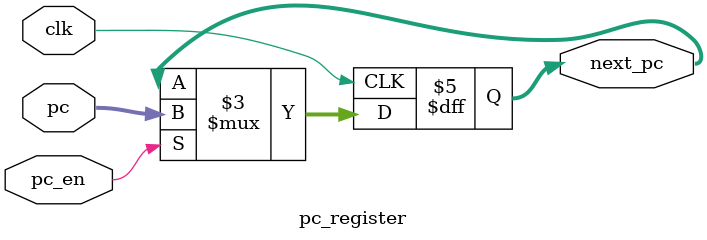
<source format=v>
`timescale 1ns / 1ps

module pc_register(clk, pc, pc_en, next_pc);
	input clk, pc_en;
	input [31:0] pc;
	output reg [31:0] next_pc;

	always @(posedge clk)
	begin
		if (pc_en == 1)
		begin
			next_pc <= pc;
		end
	end

endmodule

</source>
